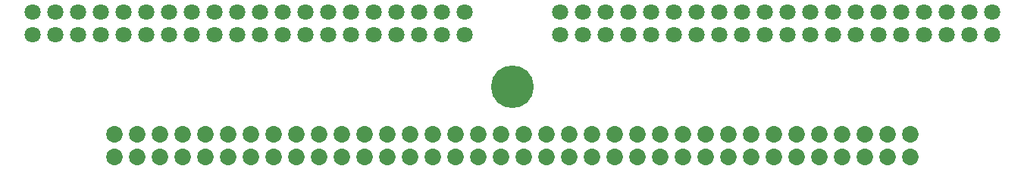
<source format=gbs>
G04*
G04 #@! TF.GenerationSoftware,Altium Limited,Altium Designer,20.2.6 (244)*
G04*
G04 Layer_Color=16711935*
%FSAX24Y24*%
%MOIN*%
G70*
G04*
G04 #@! TF.SameCoordinates,79835426-5826-47FF-A966-97B9D47979B7*
G04*
G04*
G04 #@! TF.FilePolarity,Negative*
G04*
G01*
G75*
%ADD15C,0.0730*%
%ADD16C,0.0710*%
%ADD17C,0.1880*%
D15*
X271089Y126565D02*
D03*
X270089D02*
D03*
X269089Y126565D02*
D03*
X268089Y126565D02*
D03*
X267089D02*
D03*
X271089Y127565D02*
D03*
X270089D02*
D03*
X269089Y127565D02*
D03*
X268089Y127565D02*
D03*
X267089D02*
D03*
X256089Y126565D02*
D03*
X255089Y126565D02*
D03*
X256089Y127565D02*
D03*
X255089Y127565D02*
D03*
X252089Y126565D02*
D03*
Y127565D02*
D03*
X250089Y126565D02*
D03*
Y127565D02*
D03*
X248089Y126565D02*
D03*
Y127565D02*
D03*
X245089Y126565D02*
D03*
Y127565D02*
D03*
X243089Y126565D02*
D03*
Y127565D02*
D03*
X241089Y126565D02*
D03*
Y127565D02*
D03*
X240089Y126565D02*
D03*
Y127565D02*
D03*
X237089Y126565D02*
D03*
Y127565D02*
D03*
X236089Y126565D02*
D03*
Y127565D02*
D03*
X238089Y127565D02*
D03*
Y126565D02*
D03*
X239089Y127565D02*
D03*
Y126565D02*
D03*
X242089Y127565D02*
D03*
Y126565D02*
D03*
X244089Y127565D02*
D03*
Y126565D02*
D03*
X246089Y127565D02*
D03*
Y126565D02*
D03*
X247089Y127565D02*
D03*
Y126565D02*
D03*
X249089Y127565D02*
D03*
Y126565D02*
D03*
X251089Y127565D02*
D03*
Y126565D02*
D03*
X253089Y127565D02*
D03*
X254089D02*
D03*
X253089Y126565D02*
D03*
X254089D02*
D03*
X257089Y127565D02*
D03*
X258089D02*
D03*
X259089D02*
D03*
X260089Y127565D02*
D03*
X261089Y127565D02*
D03*
X262089D02*
D03*
X263089D02*
D03*
X264089D02*
D03*
X265089Y127565D02*
D03*
X266089Y127565D02*
D03*
X257089Y126565D02*
D03*
X258089D02*
D03*
X259089D02*
D03*
X260089Y126565D02*
D03*
X261089Y126565D02*
D03*
X262089D02*
D03*
X263089D02*
D03*
X264089D02*
D03*
X265089Y126565D02*
D03*
X266089Y126565D02*
D03*
D16*
X241489Y131965D02*
D03*
X242489D02*
D03*
Y132965D02*
D03*
X241489D02*
D03*
X240489Y131965D02*
D03*
X239489Y131965D02*
D03*
X240489Y132965D02*
D03*
X239489Y132965D02*
D03*
X232489Y132965D02*
D03*
Y131965D02*
D03*
X233489Y132965D02*
D03*
Y131965D02*
D03*
X234489Y132965D02*
D03*
Y131965D02*
D03*
X235489Y132965D02*
D03*
Y131965D02*
D03*
X236489Y132965D02*
D03*
X237489D02*
D03*
X236489Y131965D02*
D03*
X237489D02*
D03*
X238489Y132965D02*
D03*
Y131965D02*
D03*
X243489Y132965D02*
D03*
Y131965D02*
D03*
X244489Y132965D02*
D03*
X245489Y132965D02*
D03*
X246489D02*
D03*
X247489D02*
D03*
X244489Y131965D02*
D03*
X245489Y131965D02*
D03*
X246489D02*
D03*
X247489D02*
D03*
X248489Y132965D02*
D03*
X249489Y132965D02*
D03*
X250489D02*
D03*
X251489D02*
D03*
X248489Y131965D02*
D03*
X249489Y131965D02*
D03*
X250489D02*
D03*
X251489D02*
D03*
X264689D02*
D03*
X265689D02*
D03*
Y132965D02*
D03*
X264689D02*
D03*
X263689Y131965D02*
D03*
X262689Y131965D02*
D03*
X263689Y132965D02*
D03*
X262689Y132965D02*
D03*
X255689Y132965D02*
D03*
Y131965D02*
D03*
X256689Y132965D02*
D03*
Y131965D02*
D03*
X257689Y132965D02*
D03*
Y131965D02*
D03*
X258689Y132965D02*
D03*
Y131965D02*
D03*
X259689Y132965D02*
D03*
X260689D02*
D03*
X259689Y131965D02*
D03*
X260689D02*
D03*
X261689Y132965D02*
D03*
Y131965D02*
D03*
X266689Y132965D02*
D03*
Y131965D02*
D03*
X267689Y132965D02*
D03*
X268689Y132965D02*
D03*
X269689D02*
D03*
X270689D02*
D03*
X267689Y131965D02*
D03*
X268689Y131965D02*
D03*
X269689D02*
D03*
X270689D02*
D03*
X271689Y132965D02*
D03*
X272689Y132965D02*
D03*
X273689D02*
D03*
X274689D02*
D03*
X271689Y131965D02*
D03*
X272689Y131965D02*
D03*
X273689D02*
D03*
X274689D02*
D03*
D17*
X253589Y129665D02*
D03*
M02*

</source>
